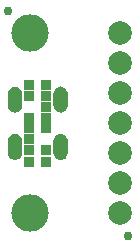
<source format=gts>
G04 EAGLE Gerber RS-274X export*
G75*
%MOMM*%
%FSLAX34Y34*%
%LPD*%
%INSoldermask Top*%
%IPPOS*%
%AMOC8*
5,1,8,0,0,1.08239X$1,22.5*%
G01*
%ADD10C,0.762000*%
%ADD11C,3.175000*%
%ADD12C,2.006600*%
%ADD13R,0.881000X0.881000*%

G36*
X52225Y110666D02*
X52225Y110666D01*
X52231Y110671D01*
X52235Y110668D01*
X53360Y111010D01*
X53365Y111015D01*
X53369Y111013D01*
X54407Y111568D01*
X54410Y111574D01*
X54415Y111573D01*
X55324Y112319D01*
X55326Y112326D01*
X55331Y112326D01*
X56077Y113235D01*
X56077Y113243D01*
X56082Y113243D01*
X56637Y114281D01*
X56636Y114288D01*
X56640Y114290D01*
X56757Y114674D01*
X56951Y115315D01*
X56982Y115415D01*
X56979Y115422D01*
X56984Y115425D01*
X57099Y116595D01*
X57097Y116598D01*
X57099Y116600D01*
X57099Y126600D01*
X57097Y126603D01*
X57099Y126605D01*
X56984Y127775D01*
X56979Y127781D01*
X56982Y127785D01*
X56640Y128910D01*
X56635Y128915D01*
X56637Y128919D01*
X56082Y129957D01*
X56076Y129960D01*
X56077Y129965D01*
X55331Y130874D01*
X55324Y130876D01*
X55324Y130881D01*
X54415Y131627D01*
X54407Y131627D01*
X54407Y131632D01*
X53369Y132187D01*
X53362Y132186D01*
X53360Y132190D01*
X52235Y132532D01*
X52228Y132529D01*
X52225Y132534D01*
X51055Y132649D01*
X51049Y132645D01*
X51045Y132649D01*
X49875Y132534D01*
X49869Y132529D01*
X49865Y132532D01*
X48740Y132190D01*
X48735Y132185D01*
X48731Y132187D01*
X47693Y131632D01*
X47690Y131626D01*
X47685Y131627D01*
X46776Y130881D01*
X46774Y130874D01*
X46769Y130874D01*
X46023Y129965D01*
X46023Y129957D01*
X46018Y129957D01*
X45463Y128919D01*
X45464Y128912D01*
X45460Y128910D01*
X45317Y128442D01*
X45303Y128393D01*
X45123Y127802D01*
X45118Y127785D01*
X45121Y127778D01*
X45116Y127775D01*
X45001Y126605D01*
X45003Y126602D01*
X45001Y126600D01*
X45001Y116600D01*
X45003Y116597D01*
X45001Y116595D01*
X45116Y115425D01*
X45121Y115419D01*
X45118Y115415D01*
X45460Y114290D01*
X45465Y114285D01*
X45463Y114281D01*
X46018Y113243D01*
X46024Y113240D01*
X46023Y113235D01*
X46769Y112326D01*
X46776Y112324D01*
X46776Y112319D01*
X47685Y111573D01*
X47693Y111573D01*
X47693Y111568D01*
X48731Y111013D01*
X48738Y111014D01*
X48740Y111010D01*
X49865Y110668D01*
X49872Y110671D01*
X49875Y110666D01*
X51045Y110551D01*
X51051Y110555D01*
X51055Y110551D01*
X52225Y110666D01*
G37*
G36*
X13625Y110666D02*
X13625Y110666D01*
X13631Y110671D01*
X13635Y110668D01*
X14760Y111010D01*
X14765Y111015D01*
X14769Y111013D01*
X15807Y111568D01*
X15810Y111574D01*
X15815Y111573D01*
X16724Y112319D01*
X16726Y112326D01*
X16731Y112326D01*
X17477Y113235D01*
X17477Y113243D01*
X17482Y113243D01*
X18037Y114281D01*
X18036Y114288D01*
X18040Y114290D01*
X18157Y114674D01*
X18351Y115315D01*
X18382Y115415D01*
X18379Y115422D01*
X18384Y115425D01*
X18499Y116595D01*
X18497Y116598D01*
X18499Y116600D01*
X18499Y126600D01*
X18497Y126603D01*
X18499Y126605D01*
X18384Y127775D01*
X18379Y127781D01*
X18382Y127785D01*
X18040Y128910D01*
X18035Y128915D01*
X18037Y128919D01*
X17482Y129957D01*
X17476Y129960D01*
X17477Y129965D01*
X16731Y130874D01*
X16724Y130876D01*
X16724Y130881D01*
X15815Y131627D01*
X15807Y131627D01*
X15807Y131632D01*
X14769Y132187D01*
X14762Y132186D01*
X14760Y132190D01*
X13635Y132532D01*
X13628Y132529D01*
X13625Y132534D01*
X12455Y132649D01*
X12449Y132645D01*
X12445Y132649D01*
X11275Y132534D01*
X11269Y132529D01*
X11265Y132532D01*
X10140Y132190D01*
X10135Y132185D01*
X10131Y132187D01*
X9093Y131632D01*
X9090Y131626D01*
X9085Y131627D01*
X8176Y130881D01*
X8174Y130874D01*
X8169Y130874D01*
X7423Y129965D01*
X7423Y129957D01*
X7418Y129957D01*
X6863Y128919D01*
X6864Y128912D01*
X6860Y128910D01*
X6717Y128442D01*
X6703Y128393D01*
X6523Y127802D01*
X6518Y127785D01*
X6521Y127778D01*
X6516Y127775D01*
X6401Y126605D01*
X6403Y126602D01*
X6401Y126600D01*
X6401Y116600D01*
X6403Y116597D01*
X6401Y116595D01*
X6516Y115425D01*
X6521Y115419D01*
X6518Y115415D01*
X6860Y114290D01*
X6865Y114285D01*
X6863Y114281D01*
X7418Y113243D01*
X7424Y113240D01*
X7423Y113235D01*
X8169Y112326D01*
X8176Y112324D01*
X8176Y112319D01*
X9085Y111573D01*
X9093Y111573D01*
X9093Y111568D01*
X10131Y111013D01*
X10138Y111014D01*
X10140Y111010D01*
X11265Y110668D01*
X11272Y110671D01*
X11275Y110666D01*
X12445Y110551D01*
X12451Y110555D01*
X12455Y110551D01*
X13625Y110666D01*
G37*
G36*
X52225Y70666D02*
X52225Y70666D01*
X52231Y70671D01*
X52235Y70668D01*
X53360Y71010D01*
X53365Y71015D01*
X53369Y71013D01*
X54407Y71568D01*
X54410Y71574D01*
X54415Y71573D01*
X55324Y72319D01*
X55326Y72326D01*
X55331Y72326D01*
X56077Y73235D01*
X56077Y73243D01*
X56082Y73243D01*
X56637Y74281D01*
X56636Y74288D01*
X56640Y74290D01*
X56757Y74674D01*
X56951Y75315D01*
X56982Y75415D01*
X56979Y75422D01*
X56984Y75425D01*
X57099Y76595D01*
X57097Y76598D01*
X57099Y76600D01*
X57099Y86600D01*
X57097Y86603D01*
X57099Y86605D01*
X56984Y87775D01*
X56979Y87781D01*
X56982Y87785D01*
X56640Y88910D01*
X56635Y88915D01*
X56637Y88919D01*
X56082Y89957D01*
X56076Y89960D01*
X56077Y89965D01*
X55331Y90874D01*
X55324Y90876D01*
X55324Y90881D01*
X54415Y91627D01*
X54407Y91627D01*
X54407Y91632D01*
X53369Y92187D01*
X53362Y92186D01*
X53360Y92190D01*
X52235Y92532D01*
X52228Y92529D01*
X52225Y92534D01*
X51055Y92649D01*
X51049Y92645D01*
X51045Y92649D01*
X49875Y92534D01*
X49869Y92529D01*
X49865Y92532D01*
X48740Y92190D01*
X48735Y92185D01*
X48731Y92187D01*
X47693Y91632D01*
X47690Y91626D01*
X47685Y91627D01*
X46776Y90881D01*
X46774Y90874D01*
X46769Y90874D01*
X46023Y89965D01*
X46023Y89957D01*
X46018Y89957D01*
X45463Y88919D01*
X45464Y88912D01*
X45460Y88910D01*
X45317Y88442D01*
X45303Y88393D01*
X45123Y87802D01*
X45118Y87785D01*
X45121Y87778D01*
X45116Y87775D01*
X45001Y86605D01*
X45003Y86602D01*
X45001Y86600D01*
X45001Y76600D01*
X45003Y76597D01*
X45001Y76595D01*
X45116Y75425D01*
X45121Y75419D01*
X45118Y75415D01*
X45460Y74290D01*
X45465Y74285D01*
X45463Y74281D01*
X46018Y73243D01*
X46024Y73240D01*
X46023Y73235D01*
X46769Y72326D01*
X46776Y72324D01*
X46776Y72319D01*
X47685Y71573D01*
X47693Y71573D01*
X47693Y71568D01*
X48731Y71013D01*
X48738Y71014D01*
X48740Y71010D01*
X49865Y70668D01*
X49872Y70671D01*
X49875Y70666D01*
X51045Y70551D01*
X51051Y70555D01*
X51055Y70551D01*
X52225Y70666D01*
G37*
G36*
X13625Y70666D02*
X13625Y70666D01*
X13631Y70671D01*
X13635Y70668D01*
X14760Y71010D01*
X14765Y71015D01*
X14769Y71013D01*
X15807Y71568D01*
X15810Y71574D01*
X15815Y71573D01*
X16724Y72319D01*
X16726Y72326D01*
X16731Y72326D01*
X17477Y73235D01*
X17477Y73243D01*
X17482Y73243D01*
X18037Y74281D01*
X18036Y74288D01*
X18040Y74290D01*
X18157Y74674D01*
X18351Y75315D01*
X18382Y75415D01*
X18379Y75422D01*
X18384Y75425D01*
X18499Y76595D01*
X18497Y76598D01*
X18499Y76600D01*
X18499Y86600D01*
X18497Y86603D01*
X18499Y86605D01*
X18384Y87775D01*
X18379Y87781D01*
X18382Y87785D01*
X18040Y88910D01*
X18035Y88915D01*
X18037Y88919D01*
X17482Y89957D01*
X17476Y89960D01*
X17477Y89965D01*
X16731Y90874D01*
X16724Y90876D01*
X16724Y90881D01*
X15815Y91627D01*
X15807Y91627D01*
X15807Y91632D01*
X14769Y92187D01*
X14762Y92186D01*
X14760Y92190D01*
X13635Y92532D01*
X13628Y92529D01*
X13625Y92534D01*
X12455Y92649D01*
X12449Y92645D01*
X12445Y92649D01*
X11275Y92534D01*
X11269Y92529D01*
X11265Y92532D01*
X10140Y92190D01*
X10135Y92185D01*
X10131Y92187D01*
X9093Y91632D01*
X9090Y91626D01*
X9085Y91627D01*
X8176Y90881D01*
X8174Y90874D01*
X8169Y90874D01*
X7423Y89965D01*
X7423Y89957D01*
X7418Y89957D01*
X6863Y88919D01*
X6864Y88912D01*
X6860Y88910D01*
X6717Y88442D01*
X6703Y88393D01*
X6523Y87802D01*
X6518Y87785D01*
X6521Y87778D01*
X6516Y87775D01*
X6401Y86605D01*
X6403Y86602D01*
X6401Y86600D01*
X6401Y76600D01*
X6403Y76597D01*
X6401Y76595D01*
X6516Y75425D01*
X6521Y75419D01*
X6518Y75415D01*
X6860Y74290D01*
X6865Y74285D01*
X6863Y74281D01*
X7418Y73243D01*
X7424Y73240D01*
X7423Y73235D01*
X8169Y72326D01*
X8176Y72324D01*
X8176Y72319D01*
X9085Y71573D01*
X9093Y71573D01*
X9093Y71568D01*
X10131Y71013D01*
X10138Y71014D01*
X10140Y71010D01*
X11265Y70668D01*
X11272Y70671D01*
X11275Y70666D01*
X12445Y70551D01*
X12451Y70555D01*
X12455Y70551D01*
X13625Y70666D01*
G37*
D10*
X6350Y196850D03*
X107950Y6350D03*
D11*
X25400Y177800D03*
X25400Y25400D03*
D12*
X101600Y177800D03*
X101600Y152400D03*
X101600Y127000D03*
X101600Y101600D03*
X101600Y76200D03*
X101600Y50800D03*
X101600Y25400D03*
D13*
X24750Y97100D03*
X24750Y106100D03*
X38750Y97100D03*
X38750Y106100D03*
X24750Y88100D03*
X38750Y115100D03*
X38750Y124600D03*
X38750Y134100D03*
X38750Y78600D03*
X38750Y69100D03*
X24750Y78600D03*
X24750Y69100D03*
X24750Y124600D03*
X24750Y134100D03*
M02*

</source>
